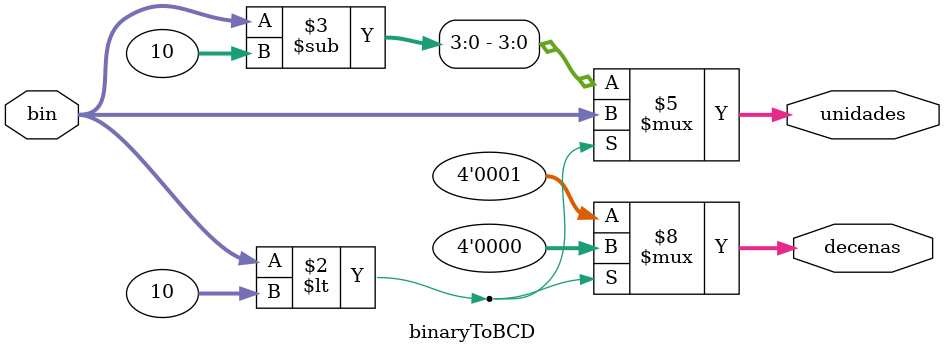
<source format=sv>
/*
Tabla de Verdad utilizada

| Binary input    |         BCD       | 
|-----------------|-------------------|
| 0000 (0)        | 0000 0000 (00)    |
| 0001 (1)        | 0000 0001 (01)    |
| 0010 (2)        | 0000 0010 (02)    |
| 0011 (3)        | 0000 0011 (03)    |
| 0100 (4)        | 0000 0100 (04)    |
| 0101 (5)        | 0000 0101 (05)    |
| 0110 (6)        | 0000 0110 (06)    |
| 0111 (7)        | 0000 0111 (07)    |
| 1000 (8)        | 0000 1000 (08)    |
| 1001 (9)        | 0000 1001 (09)    |
| 1010 (10)       | 0001 0000 (10)    |
| 1011 (11)       | 0001 0001 (11)    |
| 1100 (12)       | 0001 0010 (12)    |
| 1101 (13)       | 0001 0011 (13)    |
| 1110 (14)       | 0001 0100 (14)    |
| 1111 (15)       | 0001 0101 (15)    | Maximo valor posible es 15 por cantidad de bits =>4
*/

module binaryToBCD(
	//entrada binaria 4 bits
	input  logic [3:0] bin,
	// Salida BCD primer digito (decenas)4 bits
   output logic [3:0] decenas,
   //	Salida BCD segundo digito (unidades) 4 bits
   output logic [3:0] unidades
);
  always_comb begin
        // Se inicializan las salidas
        decenas = 4'b0000;
        unidades = 4'b0000;

        // numero menor a 10 => implica decenas 0, unidades es el binary
        if (bin < 10) begin
            unidades = bin;
        end 
        // numero es mayor o igual a 10 => implica que si se calculan decenas y unidades
        else begin
            decenas = 4'b0001; // las decenas siempre van a ser 1
            unidades = bin - 10;
        end
    end
endmodule
</source>
